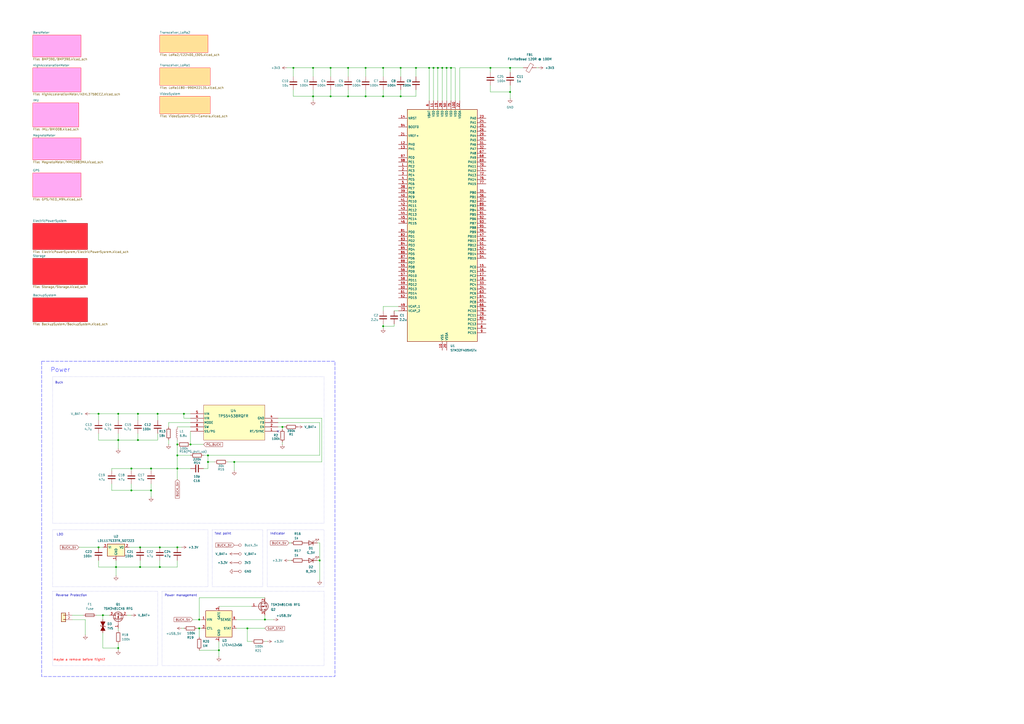
<source format=kicad_sch>
(kicad_sch (version 20250114) (generator "eeschema") (generator_version "9.0")
  (paper "A2")
  (lib_symbols
    (symbol "Connector:TestPoint" (pin_numbers (hide yes)) (pin_names (offset 0.762) (hide yes))
      (property "Reference" "TP" (at 0 6.858 0))
      (property "Value" "TestPoint" (at 0 5.08 0))
      (symbol "TestPoint_1_1"
        (pin passive line (at 0 0 90) (length 2.54) (name "1") (number "1"))
      )
    )
    (symbol "Connector_Generic:Conn_01x02" (pin_names (offset 1.016) (hide yes))
      (property "Reference" "J" (at 0 2.54 0))
      (property "Value" "Conn_01x02" (at 0 -5.08 0))
      (symbol "Conn_01x02_1_1"
        (pin passive line (at -5.08 0 0) (length 3.81) (name "Pin_1") (number "1"))
        (pin passive line (at -5.08 -2.54 0) (length 3.81) (name "Pin_2") (number "2"))
      )
    )
    (symbol "Device:C" (pin_numbers (hide yes)) (pin_names (offset 0.254))
      (property "Reference" "C" (at 0.635 2.54 0))
      (property "Value" "C" (at 0.635 -2.54 0))
      (symbol "C_1_1"
        (pin passive line (at 0 3.81 270) (length 2.794) (name "~") (number "1"))
        (pin passive line (at 0 -3.81 90) (length 2.794) (name "~") (number "2"))
      )
    )
    (symbol "Device:D_TVS_Filled" (pin_numbers (hide yes)) (pin_names (offset 1.016) (hide yes))
      (property "Reference" "D" (at 0 2.54 0))
      (property "Value" "D_TVS_Filled" (at 0 -2.54 0))
      (symbol "D_TVS_Filled_1_1"
        (pin passive line (at -3.81 0 0) (length 2.54) (name "A1") (number "1"))
        (pin passive line (at 3.81 0 180) (length 2.54) (name "A2") (number "2"))
      )
    )
    (symbol "Device:FerriteBead" (pin_numbers (hide yes)) (pin_names (offset 0))
      (property "Reference" "FB" (at -3.81 0.635 90))
      (property "Value" "FerriteBead" (at 3.81 0 90))
      (symbol "FerriteBead_1_1"
        (pin passive line (at 0 3.81 270) (length 2.54) (name "~") (number "1"))
        (pin passive line (at 0 -3.81 90) (length 2.54) (name "~") (number "2"))
      )
    )
    (symbol "Device:Fuse" (pin_numbers (hide yes)) (pin_names (offset 0))
      (property "Reference" "F" (at 2.032 0 90))
      (property "Value" "Fuse" (at -1.905 0 90))
      (symbol "Fuse_1_1"
        (pin passive line (at 0 3.81 270) (length 1.27) (name "~") (number "1"))
        (pin passive line (at 0 -3.81 90) (length 1.27) (name "~") (number "2"))
      )
    )
    (symbol "Device:L" (pin_numbers (hide yes)) (pin_names (offset 1.016) (hide yes))
      (property "Reference" "L" (at -1.27 0 90))
      (property "Value" "L" (at 1.905 0 90))
      (symbol "L_1_1"
        (pin passive line (at 0 3.81 270) (length 1.27) (name "1") (number "1"))
        (pin passive line (at 0 -3.81 90) (length 1.27) (name "2") (number "2"))
      )
    )
    (symbol "Device:LED" (pin_numbers (hide yes)) (pin_names (offset 1.016) (hide yes))
      (property "Reference" "D" (at 0 2.54 0))
      (property "Value" "LED" (at 0 -2.54 0))
      (symbol "LED_1_1"
        (pin passive line (at -3.81 0 0) (length 2.54) (name "K") (number "1"))
        (pin passive line (at 3.81 0 180) (length 2.54) (name "A") (number "2"))
      )
    )
    (symbol "Device:R" (pin_numbers (hide yes)) (pin_names (offset 0))
      (property "Reference" "R" (at 2.032 0 90))
      (property "Value" "R" (at 0 0 90))
      (symbol "R_1_1"
        (pin passive line (at 0 3.81 270) (length 1.27) (name "~") (number "1"))
        (pin passive line (at 0 -3.81 90) (length 1.27) (name "~") (number "2"))
      )
    )
    (symbol "MCU_ST_STM32F4:STM32F405VGTx"
      (property "Reference" "U" (at -20.32 69.85 0))
      (property "Value" "STM32F405VGTx" (at 12.7 69.85 0))
      (symbol "STM32F405VGTx_1_1"
        (pin input line (at -25.4 63.5 0) (length 5.08) (name "NRST") (number "14"))
        (pin input line (at -25.4 58.42 0) (length 5.08) (name "BOOT0") (number "94"))
        (pin input line (at -25.4 53.34 0) (length 5.08) (name "VREF+") (number "21"))
        (pin bidirectional line (at -25.4 48.26 0) (length 5.08) (name "PH0") (number "12"))
        (pin bidirectional line (at -25.4 45.72 0) (length 5.08) (name "PH1") (number "13"))
        (pin bidirectional line (at -25.4 40.64 0) (length 5.08) (name "PE0") (number "97"))
        (pin bidirectional line (at -25.4 38.1 0) (length 5.08) (name "PE1") (number "98"))
        (pin bidirectional line (at -25.4 35.56 0) (length 5.08) (name "PE2") (number "1"))
        (pin bidirectional line (at -25.4 33.02 0) (length 5.08) (name "PE3") (number "2"))
        (pin bidirectional line (at -25.4 30.48 0) (length 5.08) (name "PE4") (number "3"))
        (pin bidirectional line (at -25.4 27.94 0) (length 5.08) (name "PE5") (number "4"))
        (pin bidirectional line (at -25.4 25.4 0) (length 5.08) (name "PE6") (number "5"))
        (pin bidirectional line (at -25.4 22.86 0) (length 5.08) (name "PE7") (number "38"))
        (pin bidirectional line (at -25.4 20.32 0) (length 5.08) (name "PE8") (number "39"))
        (pin bidirectional line (at -25.4 17.78 0) (length 5.08) (name "PE9") (number "40"))
        (pin bidirectional line (at -25.4 15.24 0) (length 5.08) (name "PE10") (number "41"))
        (pin bidirectional line (at -25.4 12.7 0) (length 5.08) (name "PE11") (number "42"))
        (pin bidirectional line (at -25.4 10.16 0) (length 5.08) (name "PE12") (number "43"))
        (pin bidirectional line (at -25.4 7.62 0) (length 5.08) (name "PE13") (number "44"))
        (pin bidirectional line (at -25.4 5.08 0) (length 5.08) (name "PE14") (number "45"))
        (pin bidirectional line (at -25.4 2.54 0) (length 5.08) (name "PE15") (number "46"))
        (pin bidirectional line (at -25.4 -2.54 0) (length 5.08) (name "PD0") (number "81"))
        (pin bidirectional line (at -25.4 -5.08 0) (length 5.08) (name "PD1") (number "82"))
        (pin bidirectional line (at -25.4 -7.62 0) (length 5.08) (name "PD2") (number "83"))
        (pin bidirectional line (at -25.4 -10.16 0) (length 5.08) (name "PD3") (number "84"))
        (pin bidirectional line (at -25.4 -12.7 0) (length 5.08) (name "PD4") (number "85"))
        (pin bidirectional line (at -25.4 -15.24 0) (length 5.08) (name "PD5") (number "86"))
        (pin bidirectional line (at -25.4 -17.78 0) (length 5.08) (name "PD6") (number "87"))
        (pin bidirectional line (at -25.4 -20.32 0) (length 5.08) (name "PD7") (number "88"))
        (pin bidirectional line (at -25.4 -22.86 0) (length 5.08) (name "PD8") (number "55"))
        (pin bidirectional line (at -25.4 -25.4 0) (length 5.08) (name "PD9") (number "56"))
        (pin bidirectional line (at -25.4 -27.94 0) (length 5.08) (name "PD10") (number "57"))
        (pin bidirectional line (at -25.4 -30.48 0) (length 5.08) (name "PD11") (number "58"))
        (pin bidirectional line (at -25.4 -33.02 0) (length 5.08) (name "PD12") (number "59"))
        (pin bidirectional line (at -25.4 -35.56 0) (length 5.08) (name "PD13") (number "60"))
        (pin bidirectional line (at -25.4 -38.1 0) (length 5.08) (name "PD14") (number "61"))
        (pin bidirectional line (at -25.4 -40.64 0) (length 5.08) (name "PD15") (number "62"))
        (pin power_out line (at -25.4 -45.72 0) (length 5.08) (name "VCAP_1") (number "49"))
        (pin power_out line (at -25.4 -48.26 0) (length 5.08) (name "VCAP_2") (number "73"))
        (pin power_in line (at -7.62 73.66 270) (length 5.08) (name "VBAT") (number "6"))
        (pin power_in line (at -5.08 73.66 270) (length 5.08) (name "VDD") (number "11"))
        (pin power_in line (at -2.54 73.66 270) (length 5.08) (name "VDD") (number "19"))
        (pin power_in line (at 0 73.66 270) (length 5.08) (name "VDD") (number "28"))
        (pin power_in line (at 0 -71.12 90) (length 5.08) (name "VSS") (number "10"))
        (pin passive line (at 0 -71.12 90) (length 5.08) (hide yes) (name "VSS") (number "27"))
        (pin passive line (at 0 -71.12 90) (length 5.08) (hide yes) (name "VSS") (number "74"))
        (pin passive line (at 0 -71.12 90) (length 5.08) (hide yes) (name "VSS") (number "99"))
        (pin power_in line (at 2.54 73.66 270) (length 5.08) (name "VDD") (number "50"))
        (pin power_in line (at 2.54 -71.12 90) (length 5.08) (name "VSSA") (number "20"))
        (pin power_in line (at 5.08 73.66 270) (length 5.08) (name "VDD") (number "75"))
        (pin power_in line (at 7.62 73.66 270) (length 5.08) (name "VDD") (number "100"))
        (pin power_in line (at 10.16 73.66 270) (length 5.08) (name "VDDA") (number "22"))
        (pin bidirectional line (at 25.4 63.5 180) (length 5.08) (name "PA0") (number "23"))
        (pin bidirectional line (at 25.4 60.96 180) (length 5.08) (name "PA1") (number "24"))
        (pin bidirectional line (at 25.4 58.42 180) (length 5.08) (name "PA2") (number "25"))
        (pin bidirectional line (at 25.4 55.88 180) (length 5.08) (name "PA3") (number "26"))
        (pin bidirectional line (at 25.4 53.34 180) (length 5.08) (name "PA4") (number "29"))
        (pin bidirectional line (at 25.4 50.8 180) (length 5.08) (name "PA5") (number "30"))
        (pin bidirectional line (at 25.4 48.26 180) (length 5.08) (name "PA6") (number "31"))
        (pin bidirectional line (at 25.4 45.72 180) (length 5.08) (name "PA7") (number "32"))
        (pin bidirectional line (at 25.4 43.18 180) (length 5.08) (name "PA8") (number "67"))
        (pin bidirectional line (at 25.4 40.64 180) (length 5.08) (name "PA9") (number "68"))
        (pin bidirectional line (at 25.4 38.1 180) (length 5.08) (name "PA10") (number "69"))
        (pin bidirectional line (at 25.4 35.56 180) (length 5.08) (name "PA11") (number "70"))
        (pin bidirectional line (at 25.4 33.02 180) (length 5.08) (name "PA12") (number "71"))
        (pin bidirectional line (at 25.4 30.48 180) (length 5.08) (name "PA13") (number "72"))
        (pin bidirectional line (at 25.4 27.94 180) (length 5.08) (name "PA14") (number "76"))
        (pin bidirectional line (at 25.4 25.4 180) (length 5.08) (name "PA15") (number "77"))
        (pin bidirectional line (at 25.4 20.32 180) (length 5.08) (name "PB0") (number "35"))
        (pin bidirectional line (at 25.4 17.78 180) (length 5.08) (name "PB1") (number "36"))
        (pin bidirectional line (at 25.4 15.24 180) (length 5.08) (name "PB2") (number "37"))
        (pin bidirectional line (at 25.4 12.7 180) (length 5.08) (name "PB3") (number "89"))
        (pin bidirectional line (at 25.4 10.16 180) (length 5.08) (name "PB4") (number "90"))
        (pin bidirectional line (at 25.4 7.62 180) (length 5.08) (name "PB5") (number "91"))
        (pin bidirectional line (at 25.4 5.08 180) (length 5.08) (name "PB6") (number "92"))
        (pin bidirectional line (at 25.4 2.54 180) (length 5.08) (name "PB7") (number "93"))
        (pin bidirectional line (at 25.4 0 180) (length 5.08) (name "PB8") (number "95"))
        (pin bidirectional line (at 25.4 -2.54 180) (length 5.08) (name "PB9") (number "96"))
        (pin bidirectional line (at 25.4 -5.08 180) (length 5.08) (name "PB10") (number "47"))
        (pin bidirectional line (at 25.4 -7.62 180) (length 5.08) (name "PB11") (number "48"))
        (pin bidirectional line (at 25.4 -10.16 180) (length 5.08) (name "PB12") (number "51"))
        (pin bidirectional line (at 25.4 -12.7 180) (length 5.08) (name "PB13") (number "52"))
        (pin bidirectional line (at 25.4 -15.24 180) (length 5.08) (name "PB14") (number "53"))
        (pin bidirectional line (at 25.4 -17.78 180) (length 5.08) (name "PB15") (number "54"))
        (pin bidirectional line (at 25.4 -22.86 180) (length 5.08) (name "PC0") (number "15"))
        (pin bidirectional line (at 25.4 -25.4 180) (length 5.08) (name "PC1") (number "16"))
        (pin bidirectional line (at 25.4 -27.94 180) (length 5.08) (name "PC2") (number "17"))
        (pin bidirectional line (at 25.4 -30.48 180) (length 5.08) (name "PC3") (number "18"))
        (pin bidirectional line (at 25.4 -33.02 180) (length 5.08) (name "PC4") (number "33"))
        (pin bidirectional line (at 25.4 -35.56 180) (length 5.08) (name "PC5") (number "34"))
        (pin bidirectional line (at 25.4 -38.1 180) (length 5.08) (name "PC6") (number "63"))
        (pin bidirectional line (at 25.4 -40.64 180) (length 5.08) (name "PC7") (number "64"))
        (pin bidirectional line (at 25.4 -43.18 180) (length 5.08) (name "PC8") (number "65"))
        (pin bidirectional line (at 25.4 -45.72 180) (length 5.08) (name "PC9") (number "66"))
        (pin bidirectional line (at 25.4 -48.26 180) (length 5.08) (name "PC10") (number "78"))
        (pin bidirectional line (at 25.4 -50.8 180) (length 5.08) (name "PC11") (number "79"))
        (pin bidirectional line (at 25.4 -53.34 180) (length 5.08) (name "PC12") (number "80"))
        (pin bidirectional line (at 25.4 -55.88 180) (length 5.08) (name "PC13") (number "7"))
        (pin bidirectional line (at 25.4 -58.42 180) (length 5.08) (name "PC14") (number "8"))
        (pin bidirectional line (at 25.4 -60.96 180) (length 5.08) (name "PC15") (number "9"))
      )
    )
    (symbol "Power_Management:LTC4412xS6"
      (property "Reference" "U" (at -6.35 8.89 0))
      (property "Value" "LTC4412xS6" (at 6.35 8.89 0))
      (symbol "LTC4412xS6_1_1"
        (pin power_in line (at -10.16 2.54 0) (length 2.54) (name "VIN") (number "1"))
        (pin input line (at -10.16 -2.54 0) (length 2.54) (name "CTL") (number "3"))
        (pin output line (at 0 10.16 270) (length 2.54) (name "GATE") (number "5"))
        (pin power_in line (at 0 -10.16 90) (length 2.54) (name "GND") (number "2"))
        (pin input line (at 10.16 2.54 180) (length 2.54) (name "SENSE") (number "6"))
        (pin open_collector line (at 10.16 -2.54 180) (length 2.54) (name "STAT") (number "4"))
      )
    )
    (symbol "Regulator_Linear:LD1117S33TR_SOT223"
      (property "Reference" "U" (at -3.81 3.175 0))
      (property "Value" "LD1117S33TR_SOT223" (at 0 3.175 0))
      (symbol "LD1117S33TR_SOT223_1_1"
        (pin power_in line (at -7.62 0 0) (length 2.54) (name "VI") (number "3"))
        (pin power_in line (at 0 -7.62 90) (length 2.54) (name "GND") (number "1"))
        (pin power_out line (at 7.62 0 180) (length 2.54) (name "VO") (number "2"))
      )
    )
    (symbol "Small_av_tony_lib:TPS54538RQFR" (pin_names (offset 0.254))
      (property "Reference" "U4" (at 25.4 10.16 0))
      (property "Value" "TPS54538RQFR" (at 25.4 7.62 0))
      (symbol "TPS54538RQFR_0_1"
        (pin unspecified line (at 0 0 0) (length 7.62) (name "RT/SYNC") (number "1"))
        (pin unspecified line (at 0 -2.54 0) (length 7.62) (name "EN") (number "2"))
        (pin unspecified line (at 0 -5.08 0) (length 7.62) (name "FB") (number "3"))
        (pin power_out line (at 0 -7.62 0) (length 7.62) (name "GND") (number "4"))
        (pin unspecified line (at 50.8 0 180) (length 7.62) (name "SS/PG") (number "9"))
        (pin power_in line (at 50.8 -2.54 180) (length 7.62) (name "SW") (number "8"))
        (pin unspecified line (at 50.8 -5.08 180) (length 7.62) (name "MODE") (number "7"))
        (pin power_in line (at 50.8 -7.62 180) (length 7.62) (name "VIN") (number "6"))
        (pin power_in line (at 50.8 -10.16 180) (length 7.62) (name "VIN") (number "5"))
      )
    )
    (symbol "Transistor_FET:IRLML6402" (pin_names (hide yes))
      (property "Reference" "Q" (at 5.08 1.905 0))
      (property "Value" "IRLML6402" (at 5.08 0 0))
      (symbol "IRLML6402_1_1"
        (pin input line (at -5.08 0 0) (length 2.54) (name "G") (number "1"))
        (pin passive line (at 2.54 5.08 270) (length 2.54) (name "D") (number "3"))
        (pin passive line (at 2.54 -5.08 90) (length 2.54) (name "S") (number "2"))
      )
    )
    (symbol "power:+3.3V" (power) (pin_numbers (hide yes)) (pin_names (offset 0) (hide yes))
      (property "Value" "+3.3V" (at 0 3.556 0))
      (symbol "+3.3V_1_1"
        (pin power_in line (at 0 0 90) (length 0) (name "~") (number "1"))
      )
    )
    (symbol "power:+3V3" (power) (pin_numbers (hide yes)) (pin_names (offset 0) (hide yes))
      (property "Value" "+3V3" (at 0 3.556 0))
      (symbol "+3V3_1_1"
        (pin power_in line (at 0 0 90) (length 0) (name "~") (number "1"))
      )
    )
    (symbol "power:+5V" (power) (pin_numbers (hide yes)) (pin_names (offset 0) (hide yes))
      (property "Value" "+5V" (at 0 3.556 0))
      (symbol "+5V_1_1"
        (pin power_in line (at 0 0 90) (length 0) (name "~") (number "1"))
      )
    )
    (symbol "power:GND" (power) (pin_numbers (hide yes)) (pin_names (offset 0) (hide yes))
      (property "Value" "GND" (at 0 -3.81 0))
      (symbol "GND_1_1"
        (pin power_in line (at 0 0 270) (length 0) (name "~") (number "1"))
      )
    )
    (symbol "power:VAA" (power) (pin_numbers (hide yes)) (pin_names (offset 0) (hide yes))
      (property "Value" "VAA" (at 0 3.556 0))
      (symbol "VAA_1_1"
        (pin power_in line (at 0 0 90) (length 0) (name "~") (number "1"))
      )
    )
  )
  (rectangle (start 93.98 342.9) (end 187.96 386.08) (stroke (width 0) (type dot)))
  (rectangle (start 30.48 218.44) (end 187.96 303.53) (stroke (width 0) (type dot)))
  (rectangle (start 30.48 342.9) (end 91.44 386.08) (stroke (width 0) (type dot)))
  (rectangle (start 123.19 307.34) (end 152.4 340.36) (stroke (width 0) (type dot)))
  (rectangle (start 24.13 209.55) (end 194.31 392.43) (stroke (width 0.1778) (type dash) (color 0 0 255 1)))
  (rectangle (start 154.94 307.34) (end 187.96 340.36) (stroke (width 0) (type dot)))
  (rectangle (start 30.48 307.34) (end 120.65 340.36) (stroke (width 0) (type dot)))
  (text "Indicator" (at 161.036 309.626 0) (effects (font (size 1.27 1.27))))
  (text "Buck" (at 34.29 221.996 0) (effects (font (size 1.27 1.27))))
  (text "maybe a remove before flight?" (at 45.974 382.778 0) (effects (font (size 1.27 1.27))))
  (text "Reverse Protection" (at 41.402 345.44 0) (effects (font (size 1.27 1.27))))
  (text "Power management" (at 104.902 345.44 0) (effects (font (size 1.27 1.27))))
  (text "Power" (at 35.052 214.63 0) (effects (font (size 2.54 2.54))))
  (text "LDO" (at 34.798 310.134 0) (effects (font (size 1.27 1.27))))
  (text "Test point" (at 129.286 309.626 0) (effects (font (size 1.27 1.27))))
  (junction (at 81.28 328.93))
  (junction (at 153.67 359.41))
  (junction (at 212.09 55.88))
  (junction (at 68.58 255.27))
  (junction (at 185.42 325.12))
  (junction (at 92.71 317.5))
  (junction (at 115.57 364.49))
  (junction (at 57.15 240.03))
  (junction (at 59.69 356.87))
  (junction (at 87.63 284.48))
  (junction (at 295.91 39.37))
  (junction (at 256.54 39.37))
  (junction (at 102.87 271.78))
  (junction (at 57.15 317.5))
  (junction (at 135.89 267.97))
  (junction (at 115.57 359.41))
  (junction (at 241.3 39.37))
  (junction (at 254 39.37))
  (junction (at 87.63 271.78))
  (junction (at 110.49 257.81))
  (junction (at 91.44 240.03))
  (junction (at 102.87 257.81))
  (junction (at 181.61 39.37))
  (junction (at 222.25 39.37))
  (junction (at 212.09 39.37))
  (junction (at 222.25 189.23))
  (junction (at 81.28 317.5))
  (junction (at 251.46 39.37))
  (junction (at 201.93 39.37))
  (junction (at 76.2 271.78))
  (junction (at 163.83 247.65))
  (junction (at 102.87 264.16))
  (junction (at 68.58 240.03))
  (junction (at 67.31 328.93))
  (junction (at 191.77 39.37))
  (junction (at 80.01 255.27))
  (junction (at 222.25 55.88))
  (junction (at 92.71 328.93))
  (junction (at 295.91 53.34))
  (junction (at 127 377.19))
  (junction (at 80.01 240.03))
  (junction (at 102.87 317.5))
  (junction (at 170.18 39.37))
  (junction (at 181.61 55.88))
  (junction (at 68.58 375.92))
  (junction (at 143.51 364.49))
  (junction (at 191.77 55.88))
  (junction (at 76.2 284.48))
  (junction (at 232.41 39.37))
  (junction (at 232.41 55.88))
  (junction (at 248.92 39.37))
  (junction (at 259.08 39.37))
  (junction (at 120.65 264.16))
  (junction (at 120.65 267.97))
  (junction (at 201.93 55.88))
  (junction (at 106.68 240.03))
  (junction (at 261.62 39.37))
  (junction (at 284.48 39.37))
  (no_connect (at 161.29 250.19))
  (wire (pts (xy 228.6 180.34) (xy 231.14 180.34)))
  (wire (pts (xy 57.15 325.12) (xy 57.15 328.93)))
  (wire (pts (xy 91.44 240.03) (xy 106.68 240.03)))
  (wire (pts (xy 97.79 245.11) (xy 110.49 245.11)))
  (wire (pts (xy 251.46 39.37) (xy 251.46 58.42)))
  (wire (pts (xy 132.08 267.97) (xy 135.89 267.97)))
  (wire (pts (xy 97.79 245.11) (xy 97.79 247.65)))
  (wire (pts (xy 76.2 273.05) (xy 76.2 271.78)))
  (wire (pts (xy 57.15 251.46) (xy 57.15 255.27)))
  (wire (pts (xy 295.91 49.53) (xy 295.91 53.34)))
  (wire (pts (xy 256.54 39.37) (xy 259.08 39.37)))
  (wire (pts (xy 254 39.37) (xy 256.54 39.37)))
  (wire (pts (xy 120.65 264.16) (xy 185.42 264.16)))
  (wire (pts (xy 80.01 240.03) (xy 80.01 243.84)))
  (wire (pts (xy 68.58 240.03) (xy 68.58 243.84)))
  (wire (pts (xy 261.62 58.42) (xy 261.62 39.37)))
  (wire (pts (xy 222.25 39.37) (xy 222.25 44.45)))
  (wire (pts (xy 120.65 271.78) (xy 120.65 267.97)))
  (wire (pts (xy 87.63 280.67) (xy 87.63 284.48)))
  (wire (pts (xy 222.25 39.37) (xy 232.41 39.37)))
  (wire (pts (xy 295.91 39.37) (xy 295.91 41.91)))
  (wire (pts (xy 284.48 49.53) (xy 284.48 53.34)))
  (wire (pts (xy 91.44 240.03) (xy 91.44 243.84)))
  (wire (pts (xy 143.51 364.49) (xy 153.67 364.49)))
  (wire (pts (xy 163.83 247.65) (xy 165.1 247.65)))
  (wire (pts (xy 222.25 189.23) (xy 222.25 190.5)))
  (wire (pts (xy 212.09 39.37) (xy 222.25 39.37)))
  (wire (pts (xy 114.3 364.49) (xy 115.57 364.49)))
  (wire (pts (xy 166.37 39.37) (xy 170.18 39.37)))
  (wire (pts (xy 127 351.79) (xy 146.05 351.79)))
  (wire (pts (xy 81.28 317.5) (xy 92.71 317.5)))
  (wire (pts (xy 73.66 356.87) (xy 76.2 356.87)))
  (wire (pts (xy 222.25 187.96) (xy 222.25 189.23)))
  (wire (pts (xy 76.2 271.78) (xy 87.63 271.78)))
  (wire (pts (xy 261.62 39.37) (xy 264.16 39.37)))
  (wire (pts (xy 110.49 271.78) (xy 102.87 271.78)))
  (wire (pts (xy 102.87 247.65) (xy 110.49 247.65)))
  (wire (pts (xy 232.41 52.07) (xy 232.41 55.88)))
  (wire (pts (xy 266.7 39.37) (xy 284.48 39.37)))
  (wire (pts (xy 68.58 255.27) (xy 80.01 255.27)))
  (wire (pts (xy 295.91 39.37) (xy 303.53 39.37)))
  (wire (pts (xy 102.87 257.81) (xy 102.87 264.16)))
  (wire (pts (xy 57.15 255.27) (xy 68.58 255.27)))
  (wire (pts (xy 153.67 346.71) (xy 115.57 346.71)))
  (wire (pts (xy 57.15 328.93) (xy 67.31 328.93)))
  (wire (pts (xy 137.16 359.41) (xy 153.67 359.41)))
  (wire (pts (xy 264.16 39.37) (xy 264.16 58.42)))
  (wire (pts (xy 41.91 359.41) (xy 49.53 359.41)))
  (wire (pts (xy 184.15 314.96) (xy 185.42 314.96)))
  (wire (pts (xy 191.77 55.88) (xy 181.61 55.88)))
  (wire (pts (xy 284.48 39.37) (xy 295.91 39.37)))
  (wire (pts (xy 212.09 55.88) (xy 222.25 55.88)))
  (wire (pts (xy 81.28 325.12) (xy 81.28 328.93)))
  (wire (pts (xy 67.31 328.93) (xy 81.28 328.93)))
  (wire (pts (xy 259.08 58.42) (xy 259.08 39.37)))
  (wire (pts (xy 63.5 356.87) (xy 59.69 356.87)))
  (wire (pts (xy 57.15 240.03) (xy 57.15 243.84)))
  (wire (pts (xy 186.69 242.57) (xy 186.69 267.97)))
  (wire (pts (xy 181.61 39.37) (xy 191.77 39.37)))
  (wire (pts (xy 153.67 359.41) (xy 153.67 356.87)))
  (wire (pts (xy 41.91 356.87) (xy 48.26 356.87)))
  (wire (pts (xy 241.3 39.37) (xy 248.92 39.37)))
  (wire (pts (xy 59.69 356.87) (xy 59.69 359.41)))
  (wire (pts (xy 222.25 52.07) (xy 222.25 55.88)))
  (wire (pts (xy 295.91 53.34) (xy 295.91 57.15)))
  (wire (pts (xy 251.46 39.37) (xy 254 39.37)))
  (wire (pts (xy 67.31 328.93) (xy 67.31 334.01)))
  (wire (pts (xy 102.87 264.16) (xy 110.49 264.16)))
  (wire (pts (xy 110.49 257.81) (xy 118.11 257.81)))
  (wire (pts (xy 68.58 373.38) (xy 68.58 375.92)))
  (wire (pts (xy 161.29 245.11) (xy 185.42 245.11)))
  (wire (pts (xy 181.61 55.88) (xy 181.61 58.42)))
  (wire (pts (xy 80.01 240.03) (xy 91.44 240.03)))
  (wire (pts (xy 59.69 375.92) (xy 68.58 375.92)))
  (wire (pts (xy 191.77 39.37) (xy 201.93 39.37)))
  (wire (pts (xy 181.61 55.88) (xy 181.61 52.07)))
  (wire (pts (xy 163.83 247.65) (xy 163.83 248.92)))
  (wire (pts (xy 110.49 257.81) (xy 110.49 250.19)))
  (wire (pts (xy 170.18 39.37) (xy 181.61 39.37)))
  (wire (pts (xy 284.48 53.34) (xy 295.91 53.34)))
  (wire (pts (xy 68.58 255.27) (xy 68.58 260.35)))
  (wire (pts (xy 153.67 359.41) (xy 158.75 359.41)))
  (wire (pts (xy 110.49 242.57) (xy 106.68 242.57)))
  (wire (pts (xy 64.77 284.48) (xy 76.2 284.48)))
  (wire (pts (xy 118.11 271.78) (xy 120.65 271.78)))
  (wire (pts (xy 170.18 52.07) (xy 170.18 55.88)))
  (wire (pts (xy 184.15 325.12) (xy 185.42 325.12)))
  (wire (pts (xy 284.48 39.37) (xy 284.48 41.91)))
  (wire (pts (xy 256.54 58.42) (xy 256.54 39.37)))
  (wire (pts (xy 212.09 52.07) (xy 212.09 55.88)))
  (wire (pts (xy 115.57 346.71) (xy 115.57 359.41)))
  (wire (pts (xy 163.83 256.54) (xy 163.83 257.81)))
  (wire (pts (xy 259.08 39.37) (xy 261.62 39.37)))
  (wire (pts (xy 222.25 177.8) (xy 222.25 180.34)))
  (wire (pts (xy 57.15 317.5) (xy 59.69 317.5)))
  (wire (pts (xy 222.25 55.88) (xy 232.41 55.88)))
  (wire (pts (xy 170.18 39.37) (xy 170.18 44.45)))
  (wire (pts (xy 64.77 271.78) (xy 76.2 271.78)))
  (wire (pts (xy 231.14 177.8) (xy 222.25 177.8)))
  (wire (pts (xy 67.31 325.12) (xy 67.31 328.93)))
  (wire (pts (xy 76.2 280.67) (xy 76.2 284.48)))
  (wire (pts (xy 105.41 364.49) (xy 106.68 364.49)))
  (wire (pts (xy 241.3 52.07) (xy 241.3 55.88)))
  (wire (pts (xy 181.61 39.37) (xy 181.61 44.45)))
  (wire (pts (xy 143.51 364.49) (xy 143.51 372.11)))
  (wire (pts (xy 161.29 242.57) (xy 186.69 242.57)))
  (wire (pts (xy 186.69 267.97) (xy 135.89 267.97)))
  (wire (pts (xy 228.6 189.23) (xy 222.25 189.23)))
  (wire (pts (xy 81.28 328.93) (xy 92.71 328.93)))
  (wire (pts (xy 228.6 187.96) (xy 228.6 189.23)))
  (wire (pts (xy 68.58 364.49) (xy 68.58 365.76)))
  (wire (pts (xy 102.87 255.27) (xy 102.87 257.81)))
  (wire (pts (xy 127 372.11) (xy 127 377.19)))
  (wire (pts (xy 102.87 271.78) (xy 102.87 264.16)))
  (wire (pts (xy 167.64 325.12) (xy 168.91 325.12)))
  (wire (pts (xy 45.72 317.5) (xy 57.15 317.5)))
  (wire (pts (xy 241.3 39.37) (xy 241.3 44.45)))
  (wire (pts (xy 92.71 325.12) (xy 92.71 328.93)))
  (wire (pts (xy 118.11 264.16) (xy 120.65 264.16)))
  (wire (pts (xy 185.42 245.11) (xy 185.42 264.16)))
  (wire (pts (xy 68.58 240.03) (xy 80.01 240.03)))
  (wire (pts (xy 80.01 255.27) (xy 91.44 255.27)))
  (wire (pts (xy 201.93 52.07) (xy 201.93 55.88)))
  (wire (pts (xy 97.79 255.27) (xy 97.79 257.81)))
  (wire (pts (xy 143.51 372.11) (xy 146.05 372.11)))
  (wire (pts (xy 311.15 39.37) (xy 312.42 39.37)))
  (wire (pts (xy 64.77 280.67) (xy 64.77 284.48)))
  (wire (pts (xy 115.57 364.49) (xy 115.57 369.57)))
  (wire (pts (xy 127 377.19) (xy 127 381)))
  (wire (pts (xy 191.77 39.37) (xy 191.77 44.45)))
  (wire (pts (xy 266.7 58.42) (xy 266.7 39.37)))
  (wire (pts (xy 185.42 325.12) (xy 185.42 336.55)))
  (wire (pts (xy 115.57 377.19) (xy 127 377.19)))
  (wire (pts (xy 212.09 39.37) (xy 212.09 44.45)))
  (wire (pts (xy 185.42 314.96) (xy 185.42 325.12)))
  (wire (pts (xy 105.41 317.5) (xy 102.87 317.5)))
  (wire (pts (xy 59.69 367.03) (xy 59.69 375.92)))
  (wire (pts (xy 76.2 284.48) (xy 87.63 284.48)))
  (wire (pts (xy 135.89 267.97) (xy 135.89 273.05)))
  (wire (pts (xy 68.58 251.46) (xy 68.58 255.27)))
  (wire (pts (xy 102.87 271.78) (xy 102.87 278.13)))
  (wire (pts (xy 87.63 271.78) (xy 102.87 271.78)))
  (wire (pts (xy 167.64 314.96) (xy 168.91 314.96)))
  (wire (pts (xy 248.92 39.37) (xy 251.46 39.37)))
  (wire (pts (xy 143.51 364.49) (xy 137.16 364.49)))
  (wire (pts (xy 92.71 317.5) (xy 102.87 317.5)))
  (wire (pts (xy 248.92 39.37) (xy 248.92 58.42)))
  (wire (pts (xy 120.65 267.97) (xy 124.46 267.97)))
  (wire (pts (xy 201.93 55.88) (xy 212.09 55.88)))
  (wire (pts (xy 68.58 375.92) (xy 68.58 377.19)))
  (wire (pts (xy 232.41 39.37) (xy 241.3 39.37)))
  (wire (pts (xy 191.77 52.07) (xy 191.77 55.88)))
  (wire (pts (xy 120.65 264.16) (xy 120.65 267.97)))
  (wire (pts (xy 87.63 271.78) (xy 87.63 273.05)))
  (wire (pts (xy 254 39.37) (xy 254 58.42)))
  (wire (pts (xy 232.41 55.88) (xy 241.3 55.88)))
  (wire (pts (xy 106.68 242.57) (xy 106.68 240.03)))
  (wire (pts (xy 57.15 240.03) (xy 68.58 240.03)))
  (wire (pts (xy 161.29 247.65) (xy 163.83 247.65)))
  (wire (pts (xy 170.18 55.88) (xy 181.61 55.88)))
  (wire (pts (xy 232.41 39.37) (xy 232.41 44.45)))
  (wire (pts (xy 154.94 372.11) (xy 153.67 372.11)))
  (wire (pts (xy 201.93 39.37) (xy 201.93 44.45)))
  (wire (pts (xy 55.88 356.87) (xy 59.69 356.87)))
  (wire (pts (xy 106.68 240.03) (xy 110.49 240.03)))
  (wire (pts (xy 87.63 284.48) (xy 87.63 288.29)))
  (wire (pts (xy 92.71 328.93) (xy 102.87 328.93)))
  (wire (pts (xy 102.87 325.12) (xy 102.87 328.93)))
  (wire (pts (xy 115.57 359.41) (xy 116.84 359.41)))
  (wire (pts (xy 74.93 317.5) (xy 81.28 317.5)))
  (wire (pts (xy 191.77 55.88) (xy 201.93 55.88)))
  (wire (pts (xy 201.93 39.37) (xy 212.09 39.37)))
  (wire (pts (xy 52.07 240.03) (xy 57.15 240.03)))
  (wire (pts (xy 49.53 359.41) (xy 49.53 368.3)))
  (wire (pts (xy 80.01 251.46) (xy 80.01 255.27)))
  (wire (pts (xy 115.57 364.49) (xy 116.84 364.49)))
  (wire (pts (xy 91.44 251.46) (xy 91.44 255.27)))
  (wire (pts (xy 64.77 273.05) (xy 64.77 271.78)))
  (wire (pts (xy 111.76 359.41) (xy 115.57 359.41)))
  (global_label "BUCK_5V" (shape input) (at 135.89 316.23 180) (property "Intersheetrefs" "${INTERSHEET_REFS}" (effects (hide yes))))
  (global_label "BUCK_5V" (shape input) (at 45.72 317.5 180) (property "Intersheetrefs" "${INTERSHEET_REFS}" (effects (hide yes))))
  (global_label "SUP_STAT" (shape input) (at 153.67 364.49 0) (property "Intersheetrefs" "${INTERSHEET_REFS}" (effects (hide yes))))
  (global_label "BUCK_5V" (shape input) (at 111.76 359.41 180) (property "Intersheetrefs" "${INTERSHEET_REFS}" (effects (hide yes))))
  (global_label "BUCK_5V" (shape input) (at 167.64 314.96 180) (property "Intersheetrefs" "${INTERSHEET_REFS}" (effects (hide yes))))
  (global_label "BUCK_5V" (shape input) (at 102.87 278.13 270) (property "Intersheetrefs" "${INTERSHEET_REFS}" (effects (hide yes))))
  (global_label "PG_BUCK" (shape input) (at 118.11 257.81 0) (property "Intersheetrefs" "${INTERSHEET_REFS}" (effects (hide yes))))
  (symbol (lib_id "power:VAA") (at 52.07 240.03 90) (unit 1)
    (property "Reference" "#PWR028" (effects (hide yes)))
    (property "Value" "V_BAT+" (at 48.26 240.0299 90) (effects (justify left)))
    (property "Description" "Power symbol creates a global label with name \"VAA\"" (effects (hide yes)))
  )
  (symbol (lib_id "Regulator_Linear:LD1117S33TR_SOT223") (at 67.31 317.5 0) (unit 1)
    (property "Reference" "U2" (at 67.31 311.15 0))
    (property "Value" "LD1117S33TR_SOT223" (at 67.31 313.69 0))
    (property "Footprint" "Package_TO_SOT_SMD:SOT-223-3_TabPin2" (effects (hide yes)))
    (property "Datasheet" "http://www.st.com/st-web-ui/static/active/en/resource/technical/document/datasheet/CD00000544.pdf" (effects (hide yes)))
    (property "Description" "800mA Fixed Low Drop Positive Voltage Regulator, Fixed Output 3.3V, SOT-223" (effects (hide yes)))
  )
  (symbol (lib_id "Connector:TestPoint") (at 135.89 326.39 270) (unit 1)
    (property "Reference" "3V3" (at 141.732 326.39 90) (effects (justify left)))
    (property "Value" "TestPoint" (effects (hide yes)))
    (property "Description" "test point" (effects (hide yes)))
  )
  (symbol (lib_id "Device:C") (at 114.3 271.78 90) (mirror x) (unit 1)
    (property "Reference" "C16" (at 116.078 278.892 90) (effects (justify left)))
    (property "Value" "10p" (at 116.078 276.352 90) (effects (justify left)))
    (property "Description" "Unpolarized capacitor" (effects (hide yes)))
  )
  (symbol (lib_id "power:GND") (at 185.42 336.55 0) (unit 1)
    (property "Reference" "#PWR027" (effects (hide yes)))
    (property "Value" "GND" (effects (hide yes)))
    (property "Description" "Power symbol creates a global label with name \"GND\" , ground" (effects (hide yes)))
  )
  (symbol (lib_id "Device:LED") (at 180.34 314.96 180) (unit 1)
    (property "Reference" "D1" (at 180.34 318.008 0))
    (property "Value" "G_5V" (at 180.34 320.548 0))
    (property "Description" "Light emitting diode" (effects (hide yes)))
    (property "Sim.Pins" "1=K 2=A" (effects (hide yes)))
  )
  (symbol (lib_id "Device:C") (at 57.15 247.65 0) (mirror y) (unit 1)
    (property "Reference" "C13" (at 53.34 246.3799 0) (effects (justify left)))
    (property "Value" "4.7u" (at 53.34 248.9199 0) (effects (justify left)))
    (property "Description" "Unpolarized capacitor" (effects (hide yes)))
  )
  (symbol (lib_id "Connector:TestPoint") (at 135.89 331.47 270) (unit 1)
    (property "Reference" "GND" (at 141.732 331.47 90) (effects (justify left)))
    (property "Value" "TestPoint" (effects (hide yes)))
    (property "Description" "test point" (effects (hide yes)))
  )
  (symbol (lib_id "power:GND") (at 49.53 368.3 0) (unit 1)
    (property "Reference" "#PWR030" (effects (hide yes)))
    (property "Value" "GND" (effects (hide yes)))
    (property "Description" "Power symbol creates a global label with name \"GND\" , ground" (effects (hide yes)))
  )
  (symbol (lib_id "Device:C") (at 222.25 48.26 0) (mirror y) (unit 1)
    (property "Reference" "C7" (at 219.456 46.99 0) (effects (justify left)))
    (property "Value" "100n" (at 219.456 49.53 0) (effects (justify left)))
    (property "Description" "Unpolarized capacitor" (effects (hide yes)))
  )
  (symbol (lib_id "power:GND") (at 163.83 257.81 0) (unit 1)
    (property "Reference" "#PWR02" (effects (hide yes)))
    (property "Value" "GND" (effects (hide yes)))
    (property "Description" "Power symbol creates a global label with name \"GND\" , ground" (effects (hide yes)))
  )
  (symbol (lib_id "MCU_ST_STM32F4:STM32F405VGTx") (at 256.54 132.08 0) (unit 1)
    (property "Reference" "U1" (at 261.2233 200.66 0) (effects (justify left)))
    (property "Value" "STM32F405VGTx" (at 261.2233 203.2 0) (effects (justify left)))
    (property "Footprint" "Package_QFP:LQFP-100_14x14mm_P0.5mm" (effects (hide yes)))
    (property "Datasheet" "https://www.st.com/resource/en/datasheet/stm32f405vg.pdf" (effects (hide yes)))
    (property "Description" "STMicroelectronics Arm Cortex-M4 MCU, 1024KB flash, 192KB RAM, 168 MHz, 1.8-3.6V, 82 GPIO, LQFP100" (effects (hide yes)))
  )
  (symbol (lib_id "Device:Fuse") (at 52.07 356.87 90) (unit 1)
    (property "Reference" "F1" (at 52.07 350.52 90))
    (property "Value" "Fuse" (at 52.07 353.06 90))
    (property "Description" "Fuse" (effects (hide yes)))
  )
  (symbol (lib_id "Power_Management:LTC4412xS6") (at 127 361.95 0) (unit 1)
    (property "Reference" "U3" (at 128.778 371.602 0) (effects (justify left)))
    (property "Value" "LTC4412xS6" (at 128.778 374.142 0) (effects (justify left)))
    (property "Footprint" "Package_TO_SOT_SMD:TSOT-23-6" (effects (hide yes)))
    (property "Datasheet" "https://www.analog.com/media/en/technical-documentation/data-sheets/4412fb.pdf" (effects (hide yes)))
    (property "Description" "Low Loss PowerPath Controller, TSOT-23-6" (effects (hide yes)))
  )
  (symbol (lib_id "Device:R") (at 163.83 252.73 0) (mirror x) (unit 1)
    (property "Reference" "R2" (at 160.02 252.476 0))
    (property "Value" "100k" (at 160.02 254.508 0))
    (property "Description" "Resistor" (effects (hide yes)))
  )
  (symbol (lib_id "Device:R") (at 128.27 267.97 90) (mirror x) (unit 1)
    (property "Reference" "R15" (at 128.27 272.288 90))
    (property "Value" "30k" (at 128.27 270.256 90))
    (property "Description" "Resistor" (effects (hide yes)))
  )
  (symbol (lib_id "Device:L") (at 102.87 251.46 180) (unit 1)
    (property "Reference" "L1" (at 104.14 250.1899 0) (effects (justify right)))
    (property "Value" "6.8u" (at 104.14 252.7299 0) (effects (justify right)))
    (property "Description" "Inductor" (effects (hide yes)))
  )
  (symbol (lib_id "power:GND") (at 181.61 58.42 0) (unit 1)
    (property "Reference" "#PWR05" (effects (hide yes)))
    (property "Value" "GND" (effects (hide yes)))
    (property "Description" "Power symbol creates a global label with name \"GND\" , ground" (effects (hide yes)))
  )
  (symbol (lib_id "Device:R") (at 149.86 372.11 270) (mirror x) (unit 1)
    (property "Reference" "R21" (at 147.828 377.444 90) (effects (justify left)))
    (property "Value" "100k" (at 147.828 374.904 90) (effects (justify left)))
    (property "Description" "Resistor" (effects (hide yes)))
  )
  (symbol (lib_id "Device:C") (at 232.41 48.26 0) (mirror y) (unit 1)
    (property "Reference" "C8" (at 229.616 46.99 0) (effects (justify left)))
    (property "Value" "100n" (at 229.616 49.53 0) (effects (justify left)))
    (property "Description" "Unpolarized capacitor" (effects (hide yes)))
  )
  (symbol (lib_id "Small_av_tony_lib:TPS54538RQFR") (at 161.29 250.19 180) (unit 1)
    (property "Reference" "U4" (at 135.382 238.252 0) (effects (font (size 1.524 1.524))))
    (property "Value" "TPS54538RQFR" (at 135.382 241.3 0) (effects (font (size 1.524 1.524))))
    (property "Footprint" "VQFN-HR9_RQF_TEX" (effects (hide yes)))
    (property "Datasheet" "https://www.ti.com/lit/gpn/tps54538" (effects (hide yes)))
  )
  (symbol (lib_id "Connector:TestPoint") (at 135.89 316.23 270) (unit 1)
    (property "Reference" "Buck_5v" (at 141.732 316.23 90) (effects (justify left)))
    (property "Value" "TestPoint" (effects (hide yes)))
    (property "Description" "test point" (effects (hide yes)))
  )
  (symbol (lib_id "power:GND") (at 97.79 257.81 0) (unit 1)
    (property "Reference" "#PWR019" (effects (hide yes)))
    (property "Value" "GND" (effects (hide yes)))
    (property "Description" "Power symbol creates a global label with name \"GND\" , ground" (effects (hide yes)))
  )
  (symbol (lib_id "Device:R") (at 168.91 247.65 90) (mirror x) (unit 1)
    (property "Reference" "R1" (at 168.91 251.968 90))
    (property "Value" "390k" (at 168.91 249.936 90))
    (property "Description" "Resistor" (effects (hide yes)))
  )
  (symbol (lib_id "Device:C") (at 201.93 48.26 0) (mirror y) (unit 1)
    (property "Reference" "C5" (at 199.136 46.99 0) (effects (justify left)))
    (property "Value" "100n" (at 199.136 49.53 0) (effects (justify left)))
    (property "Description" "Unpolarized capacitor" (effects (hide yes)))
  )
  (symbol (lib_id "power:+3.3V") (at 105.41 317.5 270) (unit 1)
    (property "Reference" "#PWR022" (effects (hide yes)))
    (property "Value" "+3.3V" (at 109.22 317.4999 90) (effects (justify left)))
    (property "Description" "Power symbol creates a global label with name \"+3.3V\"" (effects (hide yes)))
  )
  (symbol (lib_id "power:GND") (at 135.89 331.47 270) (unit 1)
    (property "Reference" "#PWR024" (effects (hide yes)))
    (property "Value" "GND" (effects (hide yes)))
    (property "Description" "Power symbol creates a global label with name \"GND\" , ground" (effects (hide yes)))
  )
  (symbol (lib_id "power:VAA") (at 135.89 321.31 90) (unit 1)
    (property "Reference" "#PWR029" (effects (hide yes)))
    (property "Value" "V_BAT+" (at 132.08 321.3099 90) (effects (justify left)))
    (property "Description" "Power symbol creates a global label with name \"VAA\"" (effects (hide yes)))
  )
  (symbol (lib_id "Device:R") (at 172.72 314.96 270) (unit 1)
    (property "Reference" "R16" (at 170.688 309.626 90) (effects (justify left)))
    (property "Value" "1k" (at 170.688 312.166 90) (effects (justify left)))
    (property "Description" "Resistor" (effects (hide yes)))
  )
  (symbol (lib_id "Device:R") (at 115.57 373.38 0) (unit 1)
    (property "Reference" "R20" (at 117.602 372.11 0) (effects (justify left)))
    (property "Value" "1M" (at 117.602 374.65 0) (effects (justify left)))
    (property "Description" "Resistor" (effects (hide yes)))
  )
  (symbol (lib_id "Device:C") (at 181.61 48.26 0) (mirror y) (unit 1)
    (property "Reference" "C3" (at 178.816 46.99 0) (effects (justify left)))
    (property "Value" "100n" (at 178.816 49.53 0) (effects (justify left)))
    (property "Description" "Unpolarized capacitor" (effects (hide yes)))
  )
  (symbol (lib_id "Transistor_FET:IRLML6402") (at 151.13 351.79 0) (mirror x) (unit 1)
    (property "Reference" "Q2" (at 158.496 353.568 0))
    (property "Value" "TSM3481CX6 RFG" (at 165.608 350.774 0))
    (property "Footprint" "Package_TO_SOT_SMD:SOT-23" (effects (hide yes)))
    (property "Datasheet" "https://www.infineon.com/dgdl/irlml6402pbf.pdf?fileId=5546d462533600a401535668d5c2263c" (effects (hide yes)))
    (property "Description" "-3.7A Id, -20V Vds, 65mOhm Rds, P-Channel HEXFET Power MOSFET, SOT-23" (effects (hide yes)))
  )
  (symbol (lib_id "power:GND") (at 68.58 260.35 0) (unit 1)
    (property "Reference" "#PWR018" (effects (hide yes)))
    (property "Value" "GND" (effects (hide yes)))
    (property "Description" "Power symbol creates a global label with name \"GND\" , ground" (effects (hide yes)))
  )
  (symbol (lib_id "Device:C") (at 68.58 247.65 0) (mirror y) (unit 1)
    (property "Reference" "C14" (at 64.77 246.3799 0) (effects (justify left)))
    (property "Value" "4.7u" (at 64.77 248.9199 0) (effects (justify left)))
    (property "Description" "Unpolarized capacitor" (effects (hide yes)))
  )
  (symbol (lib_id "power:GND") (at 222.25 190.5 0) (unit 1)
    (property "Reference" "#PWR03" (effects (hide yes)))
    (property "Value" "GND" (effects (hide yes)))
    (property "Description" "Power symbol creates a global label with name \"GND\" , ground" (effects (hide yes)))
  )
  (symbol (lib_id "power:+3.3V") (at 135.89 326.39 90) (mirror x) (unit 1)
    (property "Reference" "#PWR025" (effects (hide yes)))
    (property "Value" "+3.3V" (at 132.08 326.3899 90) (effects (justify left)))
    (property "Description" "Power symbol creates a global label with name \"+3.3V\"" (effects (hide yes)))
  )
  (symbol (lib_id "Device:C") (at 295.91 45.72 0) (unit 1)
    (property "Reference" "C11" (at 299.72 44.4499 0) (effects (justify left)))
    (property "Value" "1u" (at 299.72 46.9899 0) (effects (justify left)))
    (property "Description" "Unpolarized capacitor" (effects (hide yes)))
  )
  (symbol (lib_id "Device:R") (at 97.79 251.46 0) (unit 1)
    (property "Reference" "R13" (at 92.202 250.19 0) (effects (justify left)))
    (property "Value" "18k" (at 92.202 252.73 0) (effects (justify left)))
    (property "Description" "Resistor" (effects (hide yes)))
  )
  (symbol (lib_id "Device:D_TVS_Filled") (at 59.69 363.22 90) (unit 1)
    (property "Reference" "D3" (at 62.23 361.9499 90) (effects (justify right)))
    (property "Value" "TVS" (at 62.23 364.4899 90) (effects (justify right)))
    (property "Description" "Bidirectional transient-voltage-suppression diode, filled shape" (effects (hide yes)))
  )
  (symbol (lib_id "Device:LED") (at 180.34 325.12 180) (unit 1)
    (property "Reference" "D2" (at 180.34 328.93 0))
    (property "Value" "B_3V3" (at 180.34 331.47 0))
    (property "Description" "Light emitting diode" (effects (hide yes)))
    (property "Sim.Pins" "1=K 2=A" (effects (hide yes)))
  )
  (symbol (lib_id "Device:C") (at 228.6 184.15 0) (unit 1)
    (property "Reference" "C1" (at 231.902 182.88 0) (effects (justify left)))
    (property "Value" "2.2u" (at 231.648 185.42 0) (effects (justify left)))
    (property "Description" "Unpolarized capacitor" (effects (hide yes)))
  )
  (symbol (lib_id "power:+3V3") (at 166.37 39.37 90) (unit 1)
    (property "Reference" "#PWR04" (effects (hide yes)))
    (property "Value" "+3V3" (at 162.56 39.3699 90) (effects (justify left)))
    (property "Description" "Power symbol creates a global label with name \"+3V3\"" (effects (hide yes)))
  )
  (symbol (lib_id "Device:R") (at 106.68 257.81 90) (mirror x) (unit 1)
    (property "Reference" "R16(PG_pull_up)" (at 112.014 261.874 90))
    (property "Value" "100k" (at 106.68 260.096 90))
    (property "Description" "Resistor" (effects (hide yes)))
  )
  (symbol (lib_id "Device:R") (at 68.58 369.57 0) (unit 1)
    (property "Reference" "R18" (at 70.612 368.3 0) (effects (justify left)))
    (property "Value" "100k" (at 70.612 370.84 0) (effects (justify left)))
    (property "Description" "Resistor" (effects (hide yes)))
  )
  (symbol (lib_id "Device:C") (at 191.77 48.26 0) (mirror y) (unit 1)
    (property "Reference" "C4" (at 188.976 46.99 0) (effects (justify left)))
    (property "Value" "100n" (at 188.976 49.53 0) (effects (justify left)))
    (property "Description" "Unpolarized capacitor" (effects (hide yes)))
  )
  (symbol (lib_id "Device:C") (at 92.71 321.31 0) (mirror y) (unit 1)
    (property "Reference" "C22" (at 88.9 320.0399 0) (effects (justify left)))
    (property "Value" "47u" (at 88.9 322.5799 0) (effects (justify left)))
    (property "Description" "Unpolarized capacitor" (effects (hide yes)))
  )
  (symbol (lib_id "Connector:TestPoint") (at 135.89 321.31 270) (unit 1)
    (property "Reference" "V_BAT+" (at 141.732 321.31 90) (effects (justify left)))
    (property "Value" "TestPoint" (effects (hide yes)))
    (property "Description" "test point" (effects (hide yes)))
  )
  (symbol (lib_id "Device:C") (at 284.48 45.72 0) (unit 1)
    (property "Reference" "C25" (at 288.29 44.4499 0) (effects (justify left)))
    (property "Value" "100n" (at 288.29 46.9899 0) (effects (justify left)))
    (property "Description" "Unpolarized capacitor" (effects (hide yes)))
  )
  (symbol (lib_id "power:GND") (at 295.91 57.15 0) (unit 1)
    (property "Reference" "#PWR06" (effects (hide yes)))
    (property "Value" "GND" (at 295.91 62.23 0))
    (property "Description" "Power symbol creates a global label with name \"GND\" , ground" (effects (hide yes)))
  )
  (symbol (lib_id "Device:FerriteBead") (at 307.34 39.37 90) (unit 1)
    (property "Reference" "FB1" (at 307.2892 31.75 90))
    (property "Value" "FerriteBead 120R @ 100M" (at 307.2892 34.29 90))
    (property "Description" "Ferrite bead" (effects (hide yes)))
  )
  (symbol (lib_id "Transistor_FET:IRLML6402") (at 68.58 359.41 90) (unit 1)
    (property "Reference" "Q1" (at 68.58 350.52 90))
    (property "Value" "TSM3481CX6 RFG" (at 68.58 353.06 90))
    (property "Footprint" "Package_TO_SOT_SMD:SOT-23" (effects (hide yes)))
    (property "Datasheet" "https://www.infineon.com/dgdl/irlml6402pbf.pdf?fileId=5546d462533600a401535668d5c2263c" (effects (hide yes)))
    (property "Description" "-3.7A Id, -20V Vds, 65mOhm Rds, P-Channel HEXFET Power MOSFET, SOT-23" (effects (hide yes)))
  )
  (symbol (lib_id "power:GND") (at 67.31 334.01 0) (unit 1)
    (property "Reference" "#PWR023" (effects (hide yes)))
    (property "Value" "GND" (effects (hide yes)))
    (property "Description" "Power symbol creates a global label with name \"GND\" , ground" (effects (hide yes)))
  )
  (symbol (lib_id "Device:C") (at 76.2 276.86 0) (mirror y) (unit 1)
    (property "Reference" "C18" (at 72.39 275.5899 0) (effects (justify left)))
    (property "Value" "47u" (at 72.39 278.1299 0) (effects (justify left)))
    (property "Description" "Unpolarized capacitor" (effects (hide yes)))
  )
  (symbol (lib_id "power:+5V") (at 105.41 364.49 90) (mirror x) (unit 1)
    (property "Reference" "#PWR034" (effects (hide yes)))
    (property "Value" "+USB_5V" (at 105.156 367.538 90) (effects (justify left)))
    (property "Description" "Power symbol creates a global label with name \"+5V\"" (effects (hide yes)))
  )
  (symbol (lib_id "Connector_Generic:Conn_01x02") (at 36.83 356.87 0) (mirror y) (unit 1)
    (property "Reference" "J5" (effects (hide yes)))
    (property "Value" "Conn_01x02" (effects (hide yes)))
    (property "Description" "Generic connector, single row, 01x02, script generated (kicad-library-utils/schlib/autogen/connector/)" (effects (hide yes)))
  )
  (symbol (lib_id "Device:R") (at 172.72 325.12 270) (unit 1)
    (property "Reference" "R17" (at 170.688 319.532 90) (effects (justify left)))
    (property "Value" "1k" (at 170.688 322.072 90) (effects (justify left)))
    (property "Description" "Resistor" (effects (hide yes)))
  )
  (symbol (lib_id "power:+5V") (at 158.75 359.41 270) (unit 1)
    (property "Reference" "#PWR035" (effects (hide yes)))
    (property "Value" "+USB_5V" (at 160.274 357.124 90) (effects (justify left)))
    (property "Description" "Power symbol creates a global label with name \"+5V\"" (effects (hide yes)))
  )
  (symbol (lib_id "Device:C") (at 170.18 48.26 0) (mirror y) (unit 1)
    (property "Reference" "C10" (at 167.386 46.99 0) (effects (justify left)))
    (property "Value" "10u" (at 167.386 49.53 0) (effects (justify left)))
    (property "Description" "Unpolarized capacitor" (effects (hide yes)))
  )
  (symbol (lib_id "Device:C") (at 87.63 276.86 0) (mirror y) (unit 1)
    (property "Reference" "C17" (at 83.82 275.5899 0) (effects (justify left)))
    (property "Value" "47u" (at 83.82 278.1299 0) (effects (justify left)))
    (property "Description" "Unpolarized capacitor" (effects (hide yes)))
  )
  (symbol (lib_id "Device:C") (at 222.25 184.15 0) (mirror y) (unit 1)
    (property "Reference" "C2" (at 219.456 182.88 0) (effects (justify left)))
    (property "Value" "2.2u" (at 219.456 185.42 0) (effects (justify left)))
    (property "Description" "Unpolarized capacitor" (effects (hide yes)))
  )
  (symbol (lib_id "Device:C") (at 212.09 48.26 0) (mirror y) (unit 1)
    (property "Reference" "C6" (at 209.296 46.99 0) (effects (justify left)))
    (property "Value" "100n" (at 209.296 49.53 0) (effects (justify left)))
    (property "Description" "Unpolarized capacitor" (effects (hide yes)))
  )
  (symbol (lib_id "power:GND") (at 87.63 288.29 0) (unit 1)
    (property "Reference" "#PWR021" (effects (hide yes)))
    (property "Value" "GND" (effects (hide yes)))
    (property "Description" "Power symbol creates a global label with name \"GND\" , ground" (effects (hide yes)))
  )
  (symbol (lib_id "Device:R") (at 114.3 264.16 90) (mirror x) (unit 1)
    (property "Reference" "R14" (at 114.3 268.478 90))
    (property "Value" "220k" (at 114.3 266.446 90))
    (property "Description" "Resistor" (effects (hide yes)))
  )
  (symbol (lib_id "power:VAA") (at 172.72 247.65 270) (mirror x) (unit 1)
    (property "Reference" "#PWR01" (effects (hide yes)))
    (property "Value" "V_BAT+" (at 176.53 247.6499 90) (effects (justify left)))
    (property "Description" "Power symbol creates a global label with name \"VAA\"" (effects (hide yes)))
  )
  (symbol (lib_id "power:+3.3V") (at 167.64 325.12 90) (mirror x) (unit 1)
    (property "Reference" "#PWR026" (effects (hide yes)))
    (property "Value" "+3.3V" (at 163.83 325.1199 90) (effects (justify left)))
    (property "Description" "Power symbol creates a global label with name \"+3.3V\"" (effects (hide yes)))
  )
  (symbol (lib_id "Device:R") (at 110.49 364.49 270) (mirror x) (unit 1)
    (property "Reference" "R19" (at 108.458 369.824 90) (effects (justify left)))
    (property "Value" "100k" (at 108.458 367.284 90) (effects (justify left)))
    (property "Description" "Resistor" (effects (hide yes)))
  )
  (symbol (lib_id "Device:C") (at 64.77 276.86 0) (mirror y) (unit 1)
    (property "Reference" "C19" (at 60.96 275.5899 0) (effects (justify left)))
    (property "Value" "47u" (at 60.96 278.1299 0) (effects (justify left)))
    (property "Description" "Unpolarized capacitor" (effects (hide yes)))
  )
  (symbol (lib_id "Device:C") (at 57.15 321.31 0) (mirror y) (unit 1)
    (property "Reference" "C23" (at 53.34 320.0399 0) (effects (justify left)))
    (property "Value" "100n" (at 53.34 322.5799 0) (effects (justify left)))
    (property "Description" "Unpolarized capacitor" (effects (hide yes)))
  )
  (symbol (lib_id "Device:C") (at 81.28 321.31 0) (mirror y) (unit 1)
    (property "Reference" "C21" (at 77.47 320.0399 0) (effects (justify left)))
    (property "Value" "100n" (at 77.47 322.5799 0) (effects (justify left)))
    (property "Description" "Unpolarized capacitor" (effects (hide yes)))
  )
  (symbol (lib_id "Device:C") (at 91.44 247.65 0) (mirror y) (unit 1)
    (property "Reference" "C12" (at 87.63 246.3799 0) (effects (justify left)))
    (property "Value" "100n" (at 87.63 248.9199 0) (effects (justify left)))
    (property "Description" "Unpolarized capacitor" (effects (hide yes)))
  )
  (symbol (lib_id "power:+3V3") (at 312.42 39.37 270) (mirror x) (unit 1)
    (property "Reference" "#PWR08" (effects (hide yes)))
    (property "Value" "+3V3" (at 316.23 39.3699 90) (effects (justify left)))
    (property "Description" "Power symbol creates a global label with name \"+3V3\"" (effects (hide yes)))
  )
  (symbol (lib_id "Device:C") (at 80.01 247.65 0) (mirror y) (unit 1)
    (property "Reference" "C15" (at 76.2 246.3799 0) (effects (justify left)))
    (property "Value" "4.7u" (at 76.2 248.9199 0) (effects (justify left)))
    (property "Description" "Unpolarized capacitor" (effects (hide yes)))
  )
  (symbol (lib_id "Device:C") (at 102.87 321.31 0) (mirror y) (unit 1)
    (property "Reference" "C24" (at 99.06 320.0399 0) (effects (justify left)))
    (property "Value" "47u" (at 99.06 322.5799 0) (effects (justify left)))
    (property "Description" "Unpolarized capacitor" (effects (hide yes)))
  )
  (symbol (lib_id "power:GND") (at 68.58 377.19 0) (unit 1)
    (property "Reference" "#PWR031" (effects (hide yes)))
    (property "Value" "GND" (effects (hide yes)))
    (property "Description" "Power symbol creates a global label with name \"GND\" , ground" (effects (hide yes)))
  )
  (symbol (lib_id "power:+3.3V") (at 154.94 372.11 270) (unit 1)
    (property "Reference" "#PWR036" (effects (hide yes)))
    (property "Value" "+3.3V" (at 158.75 372.1099 90) (effects (justify left)))
    (property "Description" "Power symbol creates a global label with name \"+3.3V\"" (effects (hide yes)))
  )
  (symbol (lib_id "power:VAA") (at 76.2 356.87 270) (unit 1)
    (property "Reference" "#PWR032" (effects (hide yes)))
    (property "Value" "V_BAT+" (at 80.01 356.8701 90) (effects (justify left)))
    (property "Description" "Power symbol creates a global label with name \"VAA\"" (effects (hide yes)))
  )
  (symbol (lib_id "Device:C") (at 241.3 48.26 0) (mirror y) (unit 1)
    (property "Reference" "C9" (at 238.506 46.99 0) (effects (justify left)))
    (property "Value" "100n" (at 238.506 49.53 0) (effects (justify left)))
    (property "Description" "Unpolarized capacitor" (effects (hide yes)))
  )
  (symbol (lib_id "power:GND") (at 135.89 273.05 0) (unit 1)
    (property "Reference" "#PWR020" (effects (hide yes)))
    (property "Value" "GND" (effects (hide yes)))
    (property "Description" "Power symbol creates a global label with name \"GND\" , ground" (effects (hide yes)))
  )
  (symbol (lib_id "power:GND") (at 127 381 0) (unit 1)
    (property "Reference" "#PWR033" (effects (hide yes)))
    (property "Value" "GND" (effects (hide yes)))
    (property "Description" "Power symbol creates a global label with name \"GND\" , ground" (effects (hide yes)))
  )
  (sheet (at 92.71 39.37) (size 29.21 10.16) (stroke (width 0.2286) (color 255 57 69 1)) (fill (color 255 225 152 1.0000))
    (property "Sheetname" "Transceiver_LoRa1" (at 92.71 38.6203 0) (effects (justify left bottom)))
    (property "Sheetfile" "LoRa1E80-990M2213S.kicad_sch" (at 92.71 50.1527 0) (effects (justify left top)))
  )
  (sheet (at 92.71 55.88) (size 29.21 10.16) (stroke (width 0.2286) (color 255 57 69 1)) (fill (color 255 225 152 1.0000))
    (property "Sheetname" "VideoSystem" (at 92.71 55.1684 0) (effects (justify left bottom)))
    (property "Sheetfile" "VideoSystem/SD+Camera.kicad_sch" (at 92.71 66.6246 0) (effects (justify left top)))
  )
  (sheet (at 19.05 39.37) (size 27.94 13.97) (stroke (width 0.2286) (color 255 57 69 1)) (fill (color 255 170 244 1.0000))
    (property "Sheetname" "HighAccelerationMeter" (at 19.05 38.6584 0) (effects (justify left bottom)))
    (property "Sheetfile" "HighAccelerationMeter/ADXL375BCCZ.kicad_sch" (at 19.05 53.9246 0) (effects (justify left top)))
  )
  (sheet (at 19.05 129.54) (size 31.75 15.24) (stroke (width 0.1524)) (fill (color 255 50 64 1.0000))
    (property "Sheetname" "ElectricPowerSystem" (at 19.05 128.8284 0) (effects (justify left bottom)))
    (property "Sheetfile" "ElectricPowerSysrem/ElectricPowerSysrem.kicad_sch" (at 19.05 145.3646 0) (effects (justify left top)))
  )
  (sheet (at 19.05 172.72) (size 31.75 13.97) (stroke (width 0.1524)) (fill (color 255 50 64 1.0000))
    (property "Sheetname" "BackupSystem" (at 19.05 172.0084 0) (effects (justify left bottom)))
    (property "Sheetfile" "BackupSystem/BackupSystem.kicad_sch" (at 19.05 187.2746 0) (effects (justify left top)))
  )
  (sheet (at 19.05 149.86) (size 31.75 15.24) (stroke (width 0.1524)) (fill (color 255 50 64 1.0000))
    (property "Sheetname" "Storage" (at 19.05 149.1484 0) (effects (justify left bottom)))
    (property "Sheetfile" "Storage/Storage.kicad_sch" (at 19.05 165.6846 0) (effects (justify left top)))
  )
  (sheet (at 92.71 20.32) (size 27.94 10.16) (stroke (width 0.2286) (color 255 57 69 1)) (fill (color 255 225 152 1.0000))
    (property "Sheetname" "Transceiver_LoRa2" (at 92.71 19.6084 0) (effects (justify left bottom)))
    (property "Sheetfile" "LoRa2/E22400_t30S.kicad_sch" (at 92.71 31.0646 0) (effects (justify left top)))
  )
  (sheet (at 19.05 100.33) (size 27.94 13.97) (stroke (width 0.2286) (color 255 57 69 1)) (fill (color 255 170 244 1.0000))
    (property "Sheetname" "GPS" (at 19.05 99.6184 0) (effects (justify left bottom)))
    (property "Sheetfile" "GPS/NEO_M9N.kicad_sch" (at 19.05 114.8846 0) (effects (justify left top)))
  )
  (sheet (at 19.05 59.69) (size 26.67 13.97) (stroke (width 0.2286) (color 255 57 69 1)) (fill (color 255 170 244 1.0000))
    (property "Sheetname" "IMU" (at 19.05 58.9784 0) (effects (justify left bottom)))
    (property "Sheetfile" "IMU/BMI008.kicad_sch" (at 19.05 74.2446 0) (effects (justify left top)))
  )
  (sheet (at 19.05 80.01) (size 27.94 12.7) (stroke (width 0.2286) (color 255 57 69 1)) (fill (color 255 170 244 1.0000))
    (property "Sheetname" "MegnetoMeter" (at 19.05 79.2984 0) (effects (justify left bottom)))
    (property "Sheetfile" "MegnetoMeter/MMC5983MA.kicad_sch" (at 19.05 93.2946 0) (effects (justify left top)))
  )
  (sheet (at 19.05 20.32) (size 27.94 12.7) (stroke (width 0.2286) (color 255 57 69 1)) (fill (color 255 170 244 1.0000))
    (property "Sheetname" "BaroMeter" (at 19.05 19.6084 0) (effects (justify left bottom)))
    (property "Sheetfile" "BMP390/BMP390.kicad_sch" (at 19.05 33.6046 0) (effects (justify left top)))
  )
)
</source>
